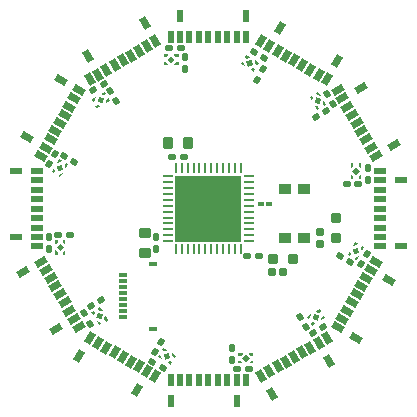
<source format=gtp>
G04*
G04 #@! TF.GenerationSoftware,Altium Limited,Altium Designer,21.5.1 (32)*
G04*
G04 Layer_Color=8421504*
%FSLAX25Y25*%
%MOIN*%
G70*
G04*
G04 #@! TF.SameCoordinates,3FCAAB4A-B78C-4895-A429-AA1A279DEBDA*
G04*
G04*
G04 #@! TF.FilePolarity,Positive*
G04*
G01*
G75*
%ADD13O,0.03347X0.00984*%
G04:AMPARAMS|DCode=14|XSize=23.62mil|YSize=39.37mil|CornerRadius=0mil|HoleSize=0mil|Usage=FLASHONLY|Rotation=120.000|XOffset=0mil|YOffset=0mil|HoleType=Round|Shape=Rectangle|*
%AMROTATEDRECTD14*
4,1,4,0.02295,-0.00039,-0.01114,-0.02007,-0.02295,0.00039,0.01114,0.02007,0.02295,-0.00039,0.0*
%
%ADD14ROTATEDRECTD14*%

%ADD15R,0.03937X0.02362*%
G04:AMPARAMS|DCode=16|XSize=23.62mil|YSize=39.37mil|CornerRadius=0mil|HoleSize=0mil|Usage=FLASHONLY|Rotation=60.000|XOffset=0mil|YOffset=0mil|HoleType=Round|Shape=Rectangle|*
%AMROTATEDRECTD16*
4,1,4,0.01114,-0.02007,-0.02295,-0.00039,-0.01114,0.02007,0.02295,0.00039,0.01114,-0.02007,0.0*
%
%ADD16ROTATEDRECTD16*%

G04:AMPARAMS|DCode=17|XSize=23.62mil|YSize=39.37mil|CornerRadius=0mil|HoleSize=0mil|Usage=FLASHONLY|Rotation=30.000|XOffset=0mil|YOffset=0mil|HoleType=Round|Shape=Rectangle|*
%AMROTATEDRECTD17*
4,1,4,-0.00039,-0.02295,-0.02007,0.01114,0.00039,0.02295,0.02007,-0.01114,-0.00039,-0.02295,0.0*
%
%ADD17ROTATEDRECTD17*%

%ADD18O,0.00984X0.03347*%
%ADD19R,0.02362X0.03937*%
G04:AMPARAMS|DCode=20|XSize=23.62mil|YSize=39.37mil|CornerRadius=0mil|HoleSize=0mil|Usage=FLASHONLY|Rotation=150.000|XOffset=0mil|YOffset=0mil|HoleType=Round|Shape=Rectangle|*
%AMROTATEDRECTD20*
4,1,4,0.02007,0.01114,0.00039,-0.02295,-0.02007,-0.01114,-0.00039,0.02295,0.02007,0.01114,0.0*
%
%ADD20ROTATEDRECTD20*%

%ADD21P,0.01114X4X285.0*%
%ADD22P,0.00557X4X285.0*%
%ADD23P,0.01114X4X255.0*%
%ADD24P,0.00557X4X255.0*%
%ADD25R,0.00787X0.00787*%
%ADD26R,0.00394X0.00394*%
%ADD27P,0.01114X4X195.0*%
%ADD28P,0.00557X4X195.0*%
%ADD29P,0.01114X4X165.0*%
%ADD30P,0.00557X4X165.0*%
%ADD31R,0.00787X0.00787*%
%ADD32R,0.00394X0.00394*%
%ADD33R,0.22047X0.22047*%
%ADD34R,0.03937X0.03543*%
G04:AMPARAMS|DCode=35|XSize=23.62mil|YSize=23.62mil|CornerRadius=2.36mil|HoleSize=0mil|Usage=FLASHONLY|Rotation=90.000|XOffset=0mil|YOffset=0mil|HoleType=Round|Shape=RoundedRectangle|*
%AMROUNDEDRECTD35*
21,1,0.02362,0.01890,0,0,90.0*
21,1,0.01890,0.02362,0,0,90.0*
1,1,0.00472,0.00945,0.00945*
1,1,0.00472,0.00945,-0.00945*
1,1,0.00472,-0.00945,-0.00945*
1,1,0.00472,-0.00945,0.00945*
%
%ADD35ROUNDEDRECTD35*%
G04:AMPARAMS|DCode=36|XSize=23.62mil|YSize=23.62mil|CornerRadius=2.36mil|HoleSize=0mil|Usage=FLASHONLY|Rotation=0.000|XOffset=0mil|YOffset=0mil|HoleType=Round|Shape=RoundedRectangle|*
%AMROUNDEDRECTD36*
21,1,0.02362,0.01890,0,0,0.0*
21,1,0.01890,0.02362,0,0,0.0*
1,1,0.00472,0.00945,-0.00945*
1,1,0.00472,-0.00945,-0.00945*
1,1,0.00472,-0.00945,0.00945*
1,1,0.00472,0.00945,0.00945*
%
%ADD36ROUNDEDRECTD36*%
G04:AMPARAMS|DCode=37|XSize=31.5mil|YSize=31.5mil|CornerRadius=3.94mil|HoleSize=0mil|Usage=FLASHONLY|Rotation=90.000|XOffset=0mil|YOffset=0mil|HoleType=Round|Shape=RoundedRectangle|*
%AMROUNDEDRECTD37*
21,1,0.03150,0.02362,0,0,90.0*
21,1,0.02362,0.03150,0,0,90.0*
1,1,0.00787,0.01181,0.01181*
1,1,0.00787,0.01181,-0.01181*
1,1,0.00787,-0.01181,-0.01181*
1,1,0.00787,-0.01181,0.01181*
%
%ADD37ROUNDEDRECTD37*%
G04:AMPARAMS|DCode=38|XSize=31.5mil|YSize=31.5mil|CornerRadius=3.94mil|HoleSize=0mil|Usage=FLASHONLY|Rotation=0.000|XOffset=0mil|YOffset=0mil|HoleType=Round|Shape=RoundedRectangle|*
%AMROUNDEDRECTD38*
21,1,0.03150,0.02362,0,0,0.0*
21,1,0.02362,0.03150,0,0,0.0*
1,1,0.00787,0.01181,-0.01181*
1,1,0.00787,-0.01181,-0.01181*
1,1,0.00787,-0.01181,0.01181*
1,1,0.00787,0.01181,0.01181*
%
%ADD38ROUNDEDRECTD38*%
%ADD39R,0.03150X0.01181*%
%ADD40R,0.03150X0.01575*%
G04:AMPARAMS|DCode=41|XSize=19.68mil|YSize=23.62mil|CornerRadius=1.97mil|HoleSize=0mil|Usage=FLASHONLY|Rotation=150.000|XOffset=0mil|YOffset=0mil|HoleType=Round|Shape=RoundedRectangle|*
%AMROUNDEDRECTD41*
21,1,0.01968,0.01968,0,0,150.0*
21,1,0.01575,0.02362,0,0,150.0*
1,1,0.00394,-0.00190,0.01246*
1,1,0.00394,0.01174,0.00459*
1,1,0.00394,0.00190,-0.01246*
1,1,0.00394,-0.01174,-0.00459*
%
%ADD41ROUNDEDRECTD41*%
G04:AMPARAMS|DCode=42|XSize=19.68mil|YSize=23.62mil|CornerRadius=1.97mil|HoleSize=0mil|Usage=FLASHONLY|Rotation=60.000|XOffset=0mil|YOffset=0mil|HoleType=Round|Shape=RoundedRectangle|*
%AMROUNDEDRECTD42*
21,1,0.01968,0.01968,0,0,60.0*
21,1,0.01575,0.02362,0,0,60.0*
1,1,0.00394,0.01246,0.00190*
1,1,0.00394,0.00459,-0.01174*
1,1,0.00394,-0.01246,-0.00190*
1,1,0.00394,-0.00459,0.01174*
%
%ADD42ROUNDEDRECTD42*%
G04:AMPARAMS|DCode=43|XSize=19.68mil|YSize=23.62mil|CornerRadius=1.97mil|HoleSize=0mil|Usage=FLASHONLY|Rotation=120.000|XOffset=0mil|YOffset=0mil|HoleType=Round|Shape=RoundedRectangle|*
%AMROUNDEDRECTD43*
21,1,0.01968,0.01968,0,0,120.0*
21,1,0.01575,0.02362,0,0,120.0*
1,1,0.00394,0.00459,0.01174*
1,1,0.00394,0.01246,-0.00190*
1,1,0.00394,-0.00459,-0.01174*
1,1,0.00394,-0.01246,0.00190*
%
%ADD43ROUNDEDRECTD43*%
G04:AMPARAMS|DCode=44|XSize=19.68mil|YSize=23.62mil|CornerRadius=1.97mil|HoleSize=0mil|Usage=FLASHONLY|Rotation=30.000|XOffset=0mil|YOffset=0mil|HoleType=Round|Shape=RoundedRectangle|*
%AMROUNDEDRECTD44*
21,1,0.01968,0.01968,0,0,30.0*
21,1,0.01575,0.02362,0,0,30.0*
1,1,0.00394,0.01174,-0.00459*
1,1,0.00394,-0.00190,-0.01246*
1,1,0.00394,-0.01174,0.00459*
1,1,0.00394,0.00190,0.01246*
%
%ADD44ROUNDEDRECTD44*%
G04:AMPARAMS|DCode=45|XSize=19.68mil|YSize=23.62mil|CornerRadius=1.97mil|HoleSize=0mil|Usage=FLASHONLY|Rotation=90.000|XOffset=0mil|YOffset=0mil|HoleType=Round|Shape=RoundedRectangle|*
%AMROUNDEDRECTD45*
21,1,0.01968,0.01968,0,0,90.0*
21,1,0.01575,0.02362,0,0,90.0*
1,1,0.00394,0.00984,0.00787*
1,1,0.00394,0.00984,-0.00787*
1,1,0.00394,-0.00984,-0.00787*
1,1,0.00394,-0.00984,0.00787*
%
%ADD45ROUNDEDRECTD45*%
G04:AMPARAMS|DCode=46|XSize=19.68mil|YSize=23.62mil|CornerRadius=1.97mil|HoleSize=0mil|Usage=FLASHONLY|Rotation=0.000|XOffset=0mil|YOffset=0mil|HoleType=Round|Shape=RoundedRectangle|*
%AMROUNDEDRECTD46*
21,1,0.01968,0.01968,0,0,0.0*
21,1,0.01575,0.02362,0,0,0.0*
1,1,0.00394,0.00787,-0.00984*
1,1,0.00394,-0.00787,-0.00984*
1,1,0.00394,-0.00787,0.00984*
1,1,0.00394,0.00787,0.00984*
%
%ADD46ROUNDEDRECTD46*%
G04:AMPARAMS|DCode=47|XSize=39.37mil|YSize=35.43mil|CornerRadius=4.43mil|HoleSize=0mil|Usage=FLASHONLY|Rotation=0.000|XOffset=0mil|YOffset=0mil|HoleType=Round|Shape=RoundedRectangle|*
%AMROUNDEDRECTD47*
21,1,0.03937,0.02657,0,0,0.0*
21,1,0.03051,0.03543,0,0,0.0*
1,1,0.00886,0.01526,-0.01329*
1,1,0.00886,-0.01526,-0.01329*
1,1,0.00886,-0.01526,0.01329*
1,1,0.00886,0.01526,0.01329*
%
%ADD47ROUNDEDRECTD47*%
G04:AMPARAMS|DCode=48|XSize=39.37mil|YSize=35.43mil|CornerRadius=4.43mil|HoleSize=0mil|Usage=FLASHONLY|Rotation=270.000|XOffset=0mil|YOffset=0mil|HoleType=Round|Shape=RoundedRectangle|*
%AMROUNDEDRECTD48*
21,1,0.03937,0.02657,0,0,270.0*
21,1,0.03051,0.03543,0,0,270.0*
1,1,0.00886,-0.01329,-0.01526*
1,1,0.00886,-0.01329,0.01526*
1,1,0.00886,0.01329,0.01526*
1,1,0.00886,0.01329,-0.01526*
%
%ADD48ROUNDEDRECTD48*%
%ADD49R,0.01890X0.01654*%
G36*
X-47618Y-11890D02*
X-47736D01*
X-48445Y-11181D01*
Y-10315D01*
X-47618D01*
Y-11890D01*
D02*
G37*
G36*
X-50177Y-11181D02*
X-50886Y-11890D01*
X-51004D01*
Y-10315D01*
X-50177D01*
Y-11181D01*
D02*
G37*
G36*
X-48058Y-12874D02*
X-49311Y-14127D01*
X-50564Y-12874D01*
X-49311Y-11621D01*
X-48058Y-12874D01*
D02*
G37*
G36*
X-47618Y-15433D02*
X-48445D01*
Y-14567D01*
X-47736Y-13858D01*
X-47618D01*
Y-15433D01*
D02*
G37*
G36*
X-50177Y-14567D02*
Y-15433D01*
X-51004D01*
Y-13858D01*
X-50886D01*
X-50177Y-14567D01*
D02*
G37*
G36*
X-35260Y-34167D02*
X-35363Y-34226D01*
X-36331Y-33966D01*
X-36764Y-33216D01*
X-36048Y-32803D01*
X-35260Y-34167D01*
D02*
G37*
G36*
X-37831Y-34833D02*
X-38090Y-35801D01*
X-38193Y-35860D01*
X-38980Y-34496D01*
X-38264Y-34083D01*
X-37831Y-34833D01*
D02*
G37*
G36*
X-35150Y-35239D02*
X-35608Y-36951D01*
X-37319Y-36492D01*
X-36861Y-34781D01*
X-35150Y-35239D01*
D02*
G37*
G36*
X-33489Y-37236D02*
X-34205Y-37649D01*
X-34638Y-36899D01*
X-34378Y-35931D01*
X-34276Y-35872D01*
X-33489Y-37236D01*
D02*
G37*
G36*
X-36138Y-37765D02*
X-35705Y-38515D01*
X-36421Y-38928D01*
X-37208Y-37565D01*
X-37106Y-37505D01*
X-36138Y-37765D01*
D02*
G37*
G36*
X-13785Y-47254D02*
X-13845Y-47357D01*
X-14813Y-47616D01*
X-15563Y-47183D01*
X-15149Y-46467D01*
X-13785Y-47254D01*
D02*
G37*
G36*
X-10717Y-49026D02*
X-11130Y-49742D01*
X-11880Y-49309D01*
X-12140Y-48341D01*
X-12081Y-48239D01*
X-10717Y-49026D01*
D02*
G37*
G36*
X-15679Y-49116D02*
X-15419Y-50084D01*
X-15478Y-50187D01*
X-16842Y-49399D01*
X-16429Y-48683D01*
X-15679Y-49116D01*
D02*
G37*
G36*
X-12695Y-49839D02*
X-14406Y-50297D01*
X-14864Y-48586D01*
X-13153Y-48128D01*
X-12695Y-49839D01*
D02*
G37*
G36*
X-11996Y-51242D02*
X-12410Y-51958D01*
X-13774Y-51171D01*
X-13714Y-51069D01*
X-12746Y-50809D01*
X-11996Y-51242D01*
D02*
G37*
G36*
X-9764Y50571D02*
X-10630D01*
X-11339Y51279D01*
Y51398D01*
X-9764D01*
Y50571D01*
D02*
G37*
G36*
X-13307Y51279D02*
X-14016Y50571D01*
X-14882D01*
Y51398D01*
X-13307D01*
Y51279D01*
D02*
G37*
G36*
X-11070Y49705D02*
X-12323Y48452D01*
X-13576Y49705D01*
X-12323Y50958D01*
X-11070Y49705D01*
D02*
G37*
G36*
X-9764Y48012D02*
X-11339D01*
Y48130D01*
X-10630Y48839D01*
X-9764D01*
Y48012D01*
D02*
G37*
G36*
X-13307Y48130D02*
Y48012D01*
X-14882D01*
Y48839D01*
X-14016D01*
X-13307Y48130D01*
D02*
G37*
G36*
X-34083Y38264D02*
X-34833Y37831D01*
X-35801Y38090D01*
X-35860Y38193D01*
X-34496Y38980D01*
X-34083Y38264D01*
D02*
G37*
G36*
X-37505Y37106D02*
X-37765Y36138D01*
X-38515Y35705D01*
X-38928Y36421D01*
X-37565Y37208D01*
X-37505Y37106D01*
D02*
G37*
G36*
X-32803Y36048D02*
X-34167Y35260D01*
X-34226Y35363D01*
X-33966Y36331D01*
X-33216Y36764D01*
X-32803Y36048D01*
D02*
G37*
G36*
X-34781Y36861D02*
X-35239Y35150D01*
X-36951Y35608D01*
X-36492Y37319D01*
X-34781Y36861D01*
D02*
G37*
G36*
X-35931Y34378D02*
X-35872Y34276D01*
X-37236Y33489D01*
X-37649Y34205D01*
X-36899Y34638D01*
X-35931Y34378D01*
D02*
G37*
G36*
X-48945Y16172D02*
X-49378Y15422D01*
X-50346Y15163D01*
X-50448Y15222D01*
X-49661Y16586D01*
X-48945Y16172D01*
D02*
G37*
G36*
X-46729Y14893D02*
X-47516Y13529D01*
X-47618Y13588D01*
X-47878Y14556D01*
X-47445Y15306D01*
X-46729Y14893D01*
D02*
G37*
G36*
X-48389Y12897D02*
X-50101Y12438D01*
X-50559Y14150D01*
X-48848Y14608D01*
X-48389Y12897D01*
D02*
G37*
G36*
X-51330Y13458D02*
X-51071Y12490D01*
X-51504Y11740D01*
X-52220Y12153D01*
X-51433Y13517D01*
X-51330Y13458D01*
D02*
G37*
G36*
X-48500Y11824D02*
X-49288Y10460D01*
X-50004Y10874D01*
X-49571Y11624D01*
X-48603Y11883D01*
X-48500Y11824D01*
D02*
G37*
G36*
X49728Y-11485D02*
X49295Y-12235D01*
X48327Y-12494D01*
X48225Y-12436D01*
X49012Y-11072D01*
X49728Y-11485D01*
D02*
G37*
G36*
X51944Y-12765D02*
X51157Y-14128D01*
X51055Y-14069D01*
X50795Y-13101D01*
X51228Y-12351D01*
X51944Y-12765D01*
D02*
G37*
G36*
X50284Y-14761D02*
X48572Y-15219D01*
X48114Y-13508D01*
X49825Y-13049D01*
X50284Y-14761D01*
D02*
G37*
G36*
X47343Y-14199D02*
X47602Y-15167D01*
X47169Y-15917D01*
X46453Y-15504D01*
X47240Y-14140D01*
X47343Y-14199D01*
D02*
G37*
G36*
X50173Y-15833D02*
X49385Y-17197D01*
X48669Y-16784D01*
X49102Y-16034D01*
X50070Y-15774D01*
X50173Y-15833D01*
D02*
G37*
G36*
X37649Y-34205D02*
X36899Y-34638D01*
X35931Y-34378D01*
X35872Y-34276D01*
X37236Y-33489D01*
X37649Y-34205D01*
D02*
G37*
G36*
X34226Y-35363D02*
X33966Y-36331D01*
X33216Y-36764D01*
X32803Y-36048D01*
X34167Y-35260D01*
X34226Y-35363D01*
D02*
G37*
G36*
X38928Y-36421D02*
X37565Y-37208D01*
X37505Y-37106D01*
X37765Y-36138D01*
X38515Y-35705D01*
X38928Y-36421D01*
D02*
G37*
G36*
X36951Y-35608D02*
X36492Y-37319D01*
X34781Y-36861D01*
X35239Y-35150D01*
X36951Y-35608D01*
D02*
G37*
G36*
X35801Y-38090D02*
X35860Y-38193D01*
X34496Y-38980D01*
X34083Y-38264D01*
X34833Y-37831D01*
X35801Y-38090D01*
D02*
G37*
G36*
X15039Y-49035D02*
X14173D01*
X13465Y-48327D01*
Y-48209D01*
X15039D01*
Y-49035D01*
D02*
G37*
G36*
X11496Y-48327D02*
X10787Y-49035D01*
X9921D01*
Y-48209D01*
X11496D01*
Y-48327D01*
D02*
G37*
G36*
X13733Y-49902D02*
X12480Y-51154D01*
X11228Y-49902D01*
X12480Y-48649D01*
X13733Y-49902D01*
D02*
G37*
G36*
X15039Y-51595D02*
X13465D01*
Y-51476D01*
X14173Y-50768D01*
X15039D01*
Y-51595D01*
D02*
G37*
G36*
X11496Y-51476D02*
Y-51595D01*
X9921D01*
Y-50768D01*
X10787D01*
X11496Y-51476D01*
D02*
G37*
G36*
X13774Y50383D02*
X13714Y50281D01*
X12746Y50022D01*
X11996Y50455D01*
X12410Y51171D01*
X13774Y50383D01*
D02*
G37*
G36*
X16842Y48612D02*
X16429Y47896D01*
X15679Y48329D01*
X15419Y49297D01*
X15478Y49399D01*
X16842Y48612D01*
D02*
G37*
G36*
X11880Y48522D02*
X12140Y47554D01*
X12081Y47451D01*
X10717Y48239D01*
X11130Y48955D01*
X11880Y48522D01*
D02*
G37*
G36*
X14864Y47799D02*
X13153Y47340D01*
X12695Y49052D01*
X14406Y49510D01*
X14864Y47799D01*
D02*
G37*
G36*
X15563Y46396D02*
X15149Y45680D01*
X13785Y46467D01*
X13845Y46569D01*
X14813Y46829D01*
X15563Y46396D01*
D02*
G37*
G36*
X37456Y37663D02*
X37354Y37604D01*
X36386Y37863D01*
X35953Y38613D01*
X36669Y39027D01*
X37456Y37663D01*
D02*
G37*
G36*
X34886Y36997D02*
X34626Y36029D01*
X34524Y35970D01*
X33737Y37334D01*
X34453Y37747D01*
X34886Y36997D01*
D02*
G37*
G36*
X37567Y36590D02*
X37108Y34879D01*
X35397Y35338D01*
X35856Y37049D01*
X37567Y36590D01*
D02*
G37*
G36*
X39228Y34594D02*
X38512Y34181D01*
X38079Y34931D01*
X38338Y35899D01*
X38440Y35958D01*
X39228Y34594D01*
D02*
G37*
G36*
X36579Y34065D02*
X37012Y33315D01*
X36296Y32901D01*
X35508Y34265D01*
X35610Y34324D01*
X36579Y34065D01*
D02*
G37*
G36*
X50906Y13583D02*
X50787D01*
X50079Y14291D01*
Y15157D01*
X50906D01*
Y13583D01*
D02*
G37*
G36*
X48346Y14291D02*
X47638Y13583D01*
X47520D01*
Y15157D01*
X48346D01*
Y14291D01*
D02*
G37*
G36*
X50465Y12598D02*
X49213Y11346D01*
X47960Y12598D01*
X49213Y13851D01*
X50465Y12598D01*
D02*
G37*
G36*
X50906Y10039D02*
X50079D01*
Y10905D01*
X50787Y11614D01*
X50906D01*
Y10039D01*
D02*
G37*
G36*
X48346Y10905D02*
Y10039D01*
X47520D01*
Y11614D01*
X47638D01*
X48346Y10905D01*
D02*
G37*
D13*
X-13484Y6890D02*
D03*
X13484Y-10827D02*
D03*
Y-8858D02*
D03*
Y-6890D02*
D03*
Y-4921D02*
D03*
Y-2953D02*
D03*
Y-984D02*
D03*
Y984D02*
D03*
Y2953D02*
D03*
Y4921D02*
D03*
Y6890D02*
D03*
Y8858D02*
D03*
Y10827D02*
D03*
X-13484D02*
D03*
Y8858D02*
D03*
Y4921D02*
D03*
Y2953D02*
D03*
Y984D02*
D03*
Y-984D02*
D03*
Y-2953D02*
D03*
Y-4921D02*
D03*
Y-6890D02*
D03*
Y-8858D02*
D03*
Y-10827D02*
D03*
D14*
X-52588Y-23088D02*
D03*
X-55738Y-17633D02*
D03*
X-43139Y-39454D02*
D03*
X-44714Y-36726D02*
D03*
X-46289Y-33999D02*
D03*
X-47864Y-31271D02*
D03*
X-49439Y-28543D02*
D03*
X-51013Y-25816D02*
D03*
X-54163Y-20360D02*
D03*
X-50851Y-40270D02*
D03*
X-61875Y-21176D02*
D03*
X55738Y17633D02*
D03*
X43139Y39454D02*
D03*
X44714Y36726D02*
D03*
X46289Y33999D02*
D03*
X47864Y31271D02*
D03*
X49439Y28543D02*
D03*
X51013Y25816D02*
D03*
X52588Y23088D02*
D03*
X54163Y20360D02*
D03*
X50851Y40270D02*
D03*
X61875Y21176D02*
D03*
D15*
X-57087Y6299D02*
D03*
Y12598D02*
D03*
Y-12598D02*
D03*
Y-9449D02*
D03*
Y-6299D02*
D03*
Y-3150D02*
D03*
Y0D02*
D03*
Y3150D02*
D03*
Y9449D02*
D03*
X-64173Y-9449D02*
D03*
Y12598D02*
D03*
X57087Y-12598D02*
D03*
Y12598D02*
D03*
Y9449D02*
D03*
Y6299D02*
D03*
Y3150D02*
D03*
Y0D02*
D03*
Y-3150D02*
D03*
Y-6299D02*
D03*
Y-9449D02*
D03*
X64173Y9449D02*
D03*
Y-12598D02*
D03*
D16*
X-46289Y33999D02*
D03*
X43139Y-39454D02*
D03*
X55738Y-17633D02*
D03*
X54163Y-20360D02*
D03*
X52588Y-23088D02*
D03*
X51013Y-25816D02*
D03*
X49439Y-28543D02*
D03*
X47864Y-31271D02*
D03*
X46289Y-33999D02*
D03*
X44714Y-36726D02*
D03*
X60300Y-23904D02*
D03*
X49276Y-42997D02*
D03*
X-43139Y39454D02*
D03*
X-55738Y17633D02*
D03*
X-54163Y20360D02*
D03*
X-52588Y23088D02*
D03*
X-51013Y25816D02*
D03*
X-49439Y28543D02*
D03*
X-47864Y31271D02*
D03*
X-44714Y36726D02*
D03*
X-60300Y23904D02*
D03*
X-49276Y42997D02*
D03*
D17*
X-23088Y52588D02*
D03*
X17633Y-55738D02*
D03*
X39454Y-43139D02*
D03*
X36726Y-44714D02*
D03*
X33999Y-46289D02*
D03*
X31271Y-47864D02*
D03*
X28543Y-49439D02*
D03*
X25816Y-51013D02*
D03*
X23088Y-52588D02*
D03*
X20360Y-54163D02*
D03*
X40270Y-50851D02*
D03*
X21176Y-61875D02*
D03*
X-17633Y55738D02*
D03*
X-39454Y43139D02*
D03*
X-36726Y44714D02*
D03*
X-33999Y46289D02*
D03*
X-31271Y47864D02*
D03*
X-28543Y49439D02*
D03*
X-25816Y51013D02*
D03*
X-20360Y54163D02*
D03*
X-40270Y50851D02*
D03*
X-21176Y61875D02*
D03*
D18*
X-984Y-13484D02*
D03*
X10827Y13484D02*
D03*
X8858D02*
D03*
X6890D02*
D03*
X4921D02*
D03*
X2953D02*
D03*
X984D02*
D03*
X-984D02*
D03*
X-2953D02*
D03*
X-4921D02*
D03*
X-6890D02*
D03*
X-8858D02*
D03*
X-10827D02*
D03*
Y-13484D02*
D03*
X-8858D02*
D03*
X-6890D02*
D03*
X-4921D02*
D03*
X-2953D02*
D03*
X984D02*
D03*
X2953D02*
D03*
X4921D02*
D03*
X6890D02*
D03*
X8858D02*
D03*
X10827D02*
D03*
D19*
X-12598Y-57087D02*
D03*
X12598D02*
D03*
X9449D02*
D03*
X6299D02*
D03*
X3150D02*
D03*
X0D02*
D03*
X-3150D02*
D03*
X-6299D02*
D03*
X-9449D02*
D03*
X9449Y-64173D02*
D03*
X-12598D02*
D03*
X12598Y57087D02*
D03*
X-12598D02*
D03*
X-9449D02*
D03*
X-6299D02*
D03*
X-3150D02*
D03*
X0D02*
D03*
X3150D02*
D03*
X6299D02*
D03*
X9449D02*
D03*
X-9449Y64173D02*
D03*
X12598D02*
D03*
D20*
X-39454Y-43139D02*
D03*
X-17633Y-55738D02*
D03*
X-20360Y-54163D02*
D03*
X-23088Y-52588D02*
D03*
X-25816Y-51013D02*
D03*
X-28543Y-49439D02*
D03*
X-31271Y-47864D02*
D03*
X-33999Y-46289D02*
D03*
X-36726Y-44714D02*
D03*
X-23904Y-60300D02*
D03*
X-42997Y-49276D02*
D03*
X39454Y43139D02*
D03*
X17633Y55738D02*
D03*
X20360Y54163D02*
D03*
X23088Y52588D02*
D03*
X25816Y51013D02*
D03*
X28543Y49439D02*
D03*
X31271Y47864D02*
D03*
X33999Y46289D02*
D03*
X36726Y44714D02*
D03*
X23904Y60300D02*
D03*
X42997Y49276D02*
D03*
D21*
X49199Y-14134D02*
D03*
X-49474Y13523D02*
D03*
D22*
X49460Y-16240D02*
D03*
X47244Y-14961D02*
D03*
X48937Y-12028D02*
D03*
X51153Y-13308D02*
D03*
X-49736Y15629D02*
D03*
X-47520Y14349D02*
D03*
X-49213Y11417D02*
D03*
X-51429Y12697D02*
D03*
D23*
X35866Y-36234D02*
D03*
X-35866Y36234D02*
D03*
D24*
X35039Y-38189D02*
D03*
X33760Y-35973D02*
D03*
X36692Y-34280D02*
D03*
X37972Y-36496D02*
D03*
X-35039Y38189D02*
D03*
X-33760Y35973D02*
D03*
X-36692Y34280D02*
D03*
X-37972Y36496D02*
D03*
D25*
X12480Y-49902D02*
D03*
X-12323Y49705D02*
D03*
D26*
X10787Y-51181D02*
D03*
Y-48622D02*
D03*
X14173D02*
D03*
Y-51181D02*
D03*
X-10630Y50984D02*
D03*
Y48425D02*
D03*
X-14016D02*
D03*
Y50984D02*
D03*
D27*
X-13780Y-49213D02*
D03*
X13780Y48425D02*
D03*
D28*
X-15885Y-49474D02*
D03*
X-14606Y-47258D02*
D03*
X-11674Y-48951D02*
D03*
X-12953Y-51167D02*
D03*
X15885Y48687D02*
D03*
X14606Y46471D02*
D03*
X11674Y48164D02*
D03*
X12953Y50380D02*
D03*
D29*
X-36234Y-35866D02*
D03*
X36482Y35964D02*
D03*
D30*
X-38189Y-35039D02*
D03*
X-35973Y-33760D02*
D03*
X-34280Y-36692D02*
D03*
X-36496Y-37972D02*
D03*
X38437Y35138D02*
D03*
X36220Y33858D02*
D03*
X34528Y36790D02*
D03*
X36744Y38070D02*
D03*
D31*
X-49311Y-12874D02*
D03*
X49213Y12598D02*
D03*
D32*
X-50591Y-11181D02*
D03*
X-48031D02*
D03*
Y-14567D02*
D03*
X-50591D02*
D03*
X50492Y10905D02*
D03*
X47933D02*
D03*
Y14291D02*
D03*
X50492D02*
D03*
D33*
X0Y0D02*
D03*
D34*
X25591Y-9646D02*
D03*
Y6496D02*
D03*
X31890Y-9646D02*
D03*
Y6496D02*
D03*
D35*
X21063Y-21063D02*
D03*
X25000D02*
D03*
D36*
X37106Y-7874D02*
D03*
Y-11811D02*
D03*
D37*
X42520Y-3248D02*
D03*
Y-9941D02*
D03*
D38*
X28150Y-16929D02*
D03*
X21457D02*
D03*
D39*
X-28346Y-36024D02*
D03*
Y-34055D02*
D03*
Y-32087D02*
D03*
Y-30118D02*
D03*
Y-28150D02*
D03*
Y-26181D02*
D03*
Y-24213D02*
D03*
Y-22244D02*
D03*
D40*
X-18504Y-39961D02*
D03*
Y-18307D02*
D03*
D41*
X52756Y-15094D02*
D03*
X50787Y-18504D02*
D03*
X-17913Y-47768D02*
D03*
X-15945Y-44358D02*
D03*
X-52953Y14831D02*
D03*
X-50984Y18240D02*
D03*
X18110Y46457D02*
D03*
X16142Y43047D02*
D03*
D42*
X47374Y-17913D02*
D03*
X43964Y-15945D02*
D03*
X-15224Y-52953D02*
D03*
X-18634Y-50984D02*
D03*
X-48162Y17520D02*
D03*
X-44752Y15551D02*
D03*
X15224Y52165D02*
D03*
X18634Y50197D02*
D03*
D43*
X38319Y-39567D02*
D03*
X34909Y-41535D02*
D03*
X-39106Y-32480D02*
D03*
X-35697Y-30512D02*
D03*
X-38319Y39567D02*
D03*
X-34909Y41535D02*
D03*
X39370Y32677D02*
D03*
X35961Y30709D02*
D03*
D44*
X32480Y-39500D02*
D03*
X30512Y-36090D02*
D03*
X-39567Y-38319D02*
D03*
X-41535Y-34909D02*
D03*
X-32677Y39236D02*
D03*
X-30709Y35827D02*
D03*
X39567Y38319D02*
D03*
X41535Y34909D02*
D03*
D45*
X13386Y-53543D02*
D03*
X9449D02*
D03*
X-50000Y-8661D02*
D03*
X-46063D02*
D03*
X-12992Y53543D02*
D03*
X-9055D02*
D03*
X50000Y8268D02*
D03*
X46063D02*
D03*
X12894Y-15945D02*
D03*
X16831D02*
D03*
X-8268Y17323D02*
D03*
X-12205D02*
D03*
D46*
X7874Y-50394D02*
D03*
Y-46457D02*
D03*
X-53150Y-13386D02*
D03*
Y-9449D02*
D03*
X-7874Y50394D02*
D03*
Y46457D02*
D03*
X53150Y13386D02*
D03*
Y9449D02*
D03*
X-17323Y-9449D02*
D03*
Y-13386D02*
D03*
D47*
X-21260Y-14764D02*
D03*
Y-8071D02*
D03*
D48*
X-13583Y22047D02*
D03*
X-6890D02*
D03*
D49*
X17598Y1575D02*
D03*
X20197D02*
D03*
M02*

</source>
